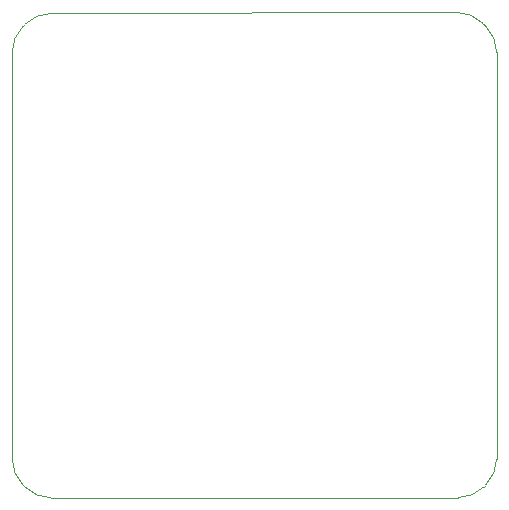
<source format=gbr>
%TF.GenerationSoftware,Altium Limited,Altium Designer,25.0.2 (28)*%
G04 Layer_Color=0*
%FSLAX45Y45*%
%MOMM*%
%TF.SameCoordinates,C223F9BF-7E24-4A28-B258-71FBB46568CF*%
%TF.FilePolarity,Positive*%
%TF.FileFunction,Profile,NP*%
%TF.Part,Single*%
G01*
G75*
%TA.AperFunction,Profile*%
%ADD83C,0.02540*%
D83*
X8789803Y5310197D02*
G02*
X8700000Y5527000I216802J216802D01*
G01*
Y5600000D01*
X8700000Y8800000D01*
Y8973000D01*
D02*
G02*
X8789802Y9189802I306605J0D01*
G01*
X8810198Y9210197D01*
D02*
G02*
X9027000Y9300000I216802J-216802D01*
G01*
X12399970Y9310042D01*
X12462958D01*
D02*
G02*
X12679760Y9220240I0J-306605D01*
G01*
X12710198Y9189802D01*
D02*
G02*
X12800000Y8973000I-216802J-216802D01*
G01*
Y5527000D01*
D02*
G02*
X12710198Y5310198I-306605J0D01*
G01*
X12689802Y5289802D01*
D02*
G02*
X12473000Y5200000I-216802J216802D01*
G01*
X9027000D01*
D02*
G02*
X8810198Y5289802I0J306605D01*
G01*
X8789803Y5310197D01*
%TF.MD5,f4b7e532c2b7dfa04034fa43c43e200d*%
M02*

</source>
